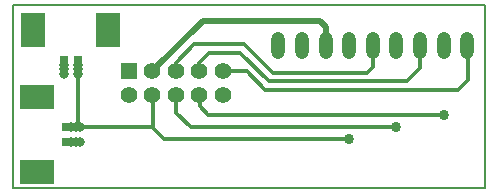
<source format=gtl>
G75*
%MOIN*%
%OFA0B0*%
%FSLAX25Y25*%
%IPPOS*%
%LPD*%
%AMOC8*
5,1,8,0,0,1.08239X$1,22.5*
%
%ADD10C,0.00600*%
%ADD11R,0.04724X0.04724*%
%ADD12C,0.04724*%
%ADD13C,0.05543*%
%ADD14R,0.05543X0.05543*%
%ADD15R,0.03150X0.06299*%
%ADD16R,0.08268X0.11811*%
%ADD17R,0.06299X0.03150*%
%ADD18R,0.11811X0.08268*%
%ADD19R,0.03150X0.03150*%
%ADD20C,0.03150*%
%ADD21C,0.04750*%
%ADD22C,0.03175*%
%ADD23C,0.01200*%
%ADD24C,0.02000*%
%ADD25C,0.03372*%
D10*
X0032247Y0013642D02*
X0032247Y0074665D01*
X0189728Y0074665D01*
X0189728Y0013642D01*
X0032247Y0013642D01*
D11*
X0120773Y0061257D03*
X0128647Y0061257D03*
X0136521Y0061257D03*
X0144395Y0061257D03*
X0152269Y0061257D03*
X0160143Y0061257D03*
X0168017Y0061257D03*
X0175891Y0061257D03*
X0183765Y0061257D03*
D12*
X0183765Y0063312D03*
X0183770Y0059101D03*
X0175896Y0059101D03*
X0168022Y0059101D03*
X0168017Y0063312D03*
X0175891Y0063312D03*
X0160143Y0063312D03*
X0152269Y0063312D03*
X0144395Y0063312D03*
X0144400Y0059101D03*
X0152274Y0059101D03*
X0160148Y0059101D03*
X0136526Y0059101D03*
X0128652Y0059101D03*
X0120778Y0059101D03*
X0120773Y0063312D03*
X0128647Y0063312D03*
X0136521Y0063312D03*
D13*
X0102363Y0052673D03*
X0094489Y0052673D03*
X0086615Y0052673D03*
X0078740Y0052673D03*
X0078740Y0044799D03*
X0070866Y0044799D03*
X0086615Y0044799D03*
X0094489Y0044799D03*
X0102363Y0044799D03*
D14*
X0070866Y0052673D03*
D15*
X0054111Y0054883D03*
X0049190Y0054883D03*
D16*
X0039150Y0066300D03*
X0064150Y0066300D03*
D17*
X0051735Y0033982D03*
X0051735Y0029061D03*
D18*
X0040317Y0019022D03*
X0040317Y0044022D03*
D19*
X0049189Y0053310D03*
X0054109Y0053308D03*
X0053310Y0033984D03*
X0053308Y0029064D03*
D20*
X0054783Y0029064D03*
X0051800Y0029064D03*
X0051802Y0033984D03*
X0054786Y0033984D03*
X0054109Y0051800D03*
X0049189Y0051802D03*
X0049189Y0054786D03*
X0054109Y0054783D03*
D21*
X0120773Y0061257D03*
X0128647Y0061257D03*
X0136521Y0061257D03*
X0144395Y0061257D03*
X0152269Y0061257D03*
X0160143Y0061257D03*
X0168017Y0061257D03*
X0175891Y0061257D03*
X0183765Y0061257D03*
D22*
X0054109Y0053308D03*
X0049189Y0053310D03*
X0053310Y0033984D03*
X0053308Y0029064D03*
D23*
X0054131Y0033984D02*
X0078846Y0033984D01*
X0078846Y0045009D01*
X0086645Y0044800D02*
X0086645Y0038919D01*
X0091496Y0034067D01*
X0160107Y0034067D01*
X0144439Y0030146D02*
X0082513Y0030146D01*
X0078592Y0034067D01*
X0094594Y0040982D02*
X0097336Y0038099D01*
X0175896Y0038085D01*
X0180700Y0046455D02*
X0183900Y0049654D01*
X0183900Y0061214D01*
X0168103Y0061317D02*
X0168103Y0053886D01*
X0163562Y0049345D01*
X0117513Y0049345D01*
X0108017Y0058840D01*
X0097795Y0058840D01*
X0094491Y0055536D01*
X0094491Y0052647D01*
X0102441Y0052647D02*
X0110185Y0052647D01*
X0116378Y0046455D01*
X0180700Y0046455D01*
X0152410Y0054281D02*
X0152410Y0061420D01*
X0152410Y0054281D02*
X0150346Y0052217D01*
X0118850Y0052217D01*
X0109337Y0061730D01*
X0092735Y0061730D01*
X0086566Y0055561D01*
X0086566Y0053004D01*
X0094594Y0044800D02*
X0094594Y0040982D01*
X0054131Y0033984D02*
X0054131Y0053298D01*
D24*
X0078695Y0052647D02*
X0095587Y0069539D01*
X0134598Y0069539D01*
X0136511Y0067626D01*
X0136511Y0061317D01*
D25*
X0175947Y0038030D03*
X0160122Y0034106D03*
X0144412Y0030169D03*
M02*

</source>
